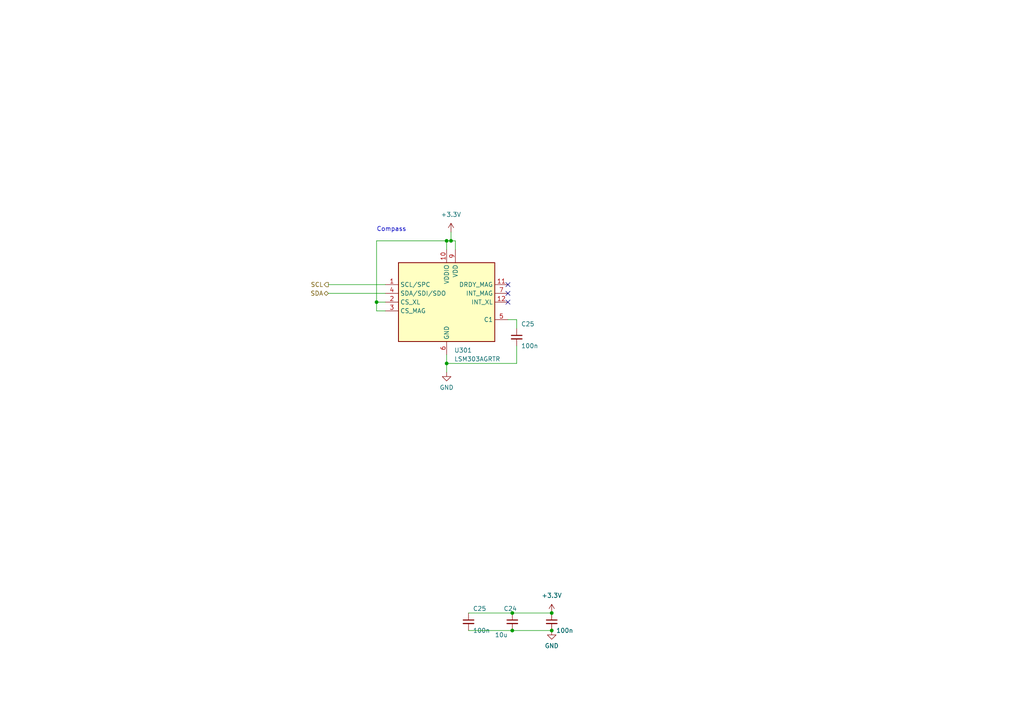
<source format=kicad_sch>
(kicad_sch (version 20231120) (generator "eeschema") (generator_version "8.0")
  (paper "A4")
  (lib_symbols
    (symbol "Device:C_Small" (pin_numbers hide) (pin_names (offset 0.254) hide)
      (property "Reference" "C" (at 0.254 1.778 0))
      (property "Value" "C_Small" (at 0.254 -2.032 0))
      (symbol "C_Small_0_1"
        (polyline (pts (xy -1.524 -0.508) (xy 1.524 -0.508)) (stroke (width 0.3302)))
        (polyline (pts (xy -1.524 0.508) (xy 1.524 0.508)) (stroke (width 0.3048)))
      )
      (symbol "C_Small_1_1"
        (pin passive line (at 0 2.54 270) (length 2.032) (name "~") (number "1"))
        (pin passive line (at 0 -2.54 90) (length 2.032) (name "~") (number "2"))
      )
    )
    (symbol "Sensor_Motion:LSM303C"
      (property "Reference" "U" (at -11.43 15.24 0))
      (property "Value" "LSM303C" (at -5.08 13.97 0))
      (symbol "LSM303C_0_1"
        (rectangle (start 13.97 11.43) (end -13.97 -11.43) (stroke (width 0.254)) (fill (type background)))
      )
      (symbol "LSM303C_1_1"
        (pin input line (at -17.78 5.08 0) (length 3.81) (name "SCL/SPC") (number "1"))
        (pin power_in line (at 0 15.24 270) (length 3.81) (name "VDDIO") (number "10"))
        (pin output line (at 17.78 5.08 180) (length 3.81) (name "DRDY_MAG") (number "11"))
        (pin output line (at 17.78 0 180) (length 3.81) (name "INT_XL") (number "12"))
        (pin input line (at -17.78 0 0) (length 3.81) (name "CS_XL") (number "2"))
        (pin input line (at -17.78 -2.54 0) (length 3.81) (name "CS_MAG") (number "3"))
        (pin bidirectional line (at -17.78 2.54 0) (length 3.81) (name "SDA/SDI/SDO") (number "4"))
        (pin passive line (at 17.78 -5.08 180) (length 3.81) (name "C1") (number "5"))
        (pin power_in line (at 0 -15.24 90) (length 3.81) (name "GND") (number "6"))
        (pin output line (at 17.78 2.54 180) (length 3.81) (name "INT_MAG") (number "7"))
        (pin passive line (at 0 -15.24 90) (length 3.81) hide (name "GND") (number "8"))
        (pin power_in line (at 2.54 15.24 270) (length 3.81) (name "VDD") (number "9"))
      )
    )
    (symbol "power:+3.3V" (power) (pin_names (offset 0))
      (property "Value" "+3.3V" (at 0 3.556 0))
      (symbol "+3.3V_0_1"
        (polyline (pts (xy -0.762 1.27) (xy 0 2.54)))
        (polyline (pts (xy 0 0) (xy 0 2.54)))
        (polyline (pts (xy 0 2.54) (xy 0.762 1.27)))
      )
      (symbol "+3.3V_1_1"
        (pin power_in line (at 0 0 90) (length 0) hide (name "+3.3V") (number "1"))
      )
    )
    (symbol "power:GND" (power) (pin_names (offset 0))
      (property "Value" "GND" (at 0 -3.81 0))
      (symbol "GND_0_1"
        (polyline (pts (xy 0 0) (xy 0 -1.27) (xy 1.27 -1.27) (xy 0 -2.54) (xy -1.27 -1.27) (xy 0 -1.27)))
      )
      (symbol "GND_1_1"
        (pin power_in line (at 0 0 270) (length 0) hide (name "GND") (number "1"))
      )
    )
  )
  (junction (at 129.54 69.85))
  (junction (at 148.59 177.8))
  (junction (at 148.59 182.88))
  (junction (at 160.02 182.88))
  (junction (at 160.02 177.8))
  (junction (at 129.54 105.41))
  (junction (at 109.22 87.63))
  (junction (at 130.81 69.85))
  (no_connect (at 147.32 82.55))
  (no_connect (at 147.32 85.09))
  (no_connect (at 147.32 87.63))
  (wire (pts (xy 95.25 82.55) (xy 111.76 82.55)))
  (wire (pts (xy 147.32 92.71) (xy 149.86 92.71)))
  (wire (pts (xy 129.54 105.41) (xy 129.54 102.87)))
  (wire (pts (xy 148.59 177.8) (xy 160.02 177.8)))
  (wire (pts (xy 132.08 69.85) (xy 130.81 69.85)))
  (wire (pts (xy 109.22 87.63) (xy 109.22 90.17)))
  (wire (pts (xy 109.22 69.85) (xy 109.22 87.63)))
  (wire (pts (xy 111.76 87.63) (xy 109.22 87.63)))
  (wire (pts (xy 109.22 90.17) (xy 111.76 90.17)))
  (wire (pts (xy 149.86 105.41) (xy 129.54 105.41)))
  (wire (pts (xy 135.89 182.88) (xy 148.59 182.88)))
  (wire (pts (xy 129.54 107.95) (xy 129.54 105.41)))
  (wire (pts (xy 129.54 69.85) (xy 129.54 72.39)))
  (wire (pts (xy 130.81 67.31) (xy 130.81 69.85)))
  (wire (pts (xy 129.54 69.85) (xy 109.22 69.85)))
  (wire (pts (xy 149.86 92.71) (xy 149.86 95.25)))
  (wire (pts (xy 148.59 182.88) (xy 160.02 182.88)))
  (wire (pts (xy 95.25 85.09) (xy 111.76 85.09)))
  (wire (pts (xy 132.08 72.39) (xy 132.08 69.85)))
  (wire (pts (xy 130.81 69.85) (xy 129.54 69.85)))
  (wire (pts (xy 135.89 177.8) (xy 148.59 177.8)))
  (wire (pts (xy 149.86 100.33) (xy 149.86 105.41)))
  (text "Compass" (at 109.22 67.31 0) (effects (font (size 1.27 1.27)) (justify left bottom)))
  (hierarchical_label "SDA" (shape bidirectional) (at 95.25 85.09 180))
  (hierarchical_label "SCL" (shape output) (at 95.25 82.55 180))
  (symbol (lib_id "power:+3.3V") (at 130.81 67.31 0) (unit 1)
    (property "Reference" "#PWR0302" (effects (hide yes)))
    (property "Value" "+3.3V" (at 130.81 62.23 0))
  )
  (symbol (lib_id "power:GND") (at 129.54 107.95 0) (unit 1)
    (property "Reference" "#PWR0301" (effects (hide yes)))
    (property "Value" "GND" (at 129.54 112.395 0))
  )
  (symbol (lib_id "power:+3.3V") (at 160.02 177.8 0) (unit 1)
    (property "Reference" "#PWR0303" (effects (hide yes)))
    (property "Value" "+3.3V" (at 160.02 172.72 0))
  )
  (symbol (lib_id "Device:C_Small") (at 160.02 180.34 0) (unit 1)
    (property "Reference" "C25" (effects (hide yes)))
    (property "Value" "100n" (at 161.29 182.88 0) (effects (justify left)))
    (property "Footprint" "A_Device:C_0603" (effects (hide yes)))
    (property "LCSC" "C14663" (effects (hide yes)))
    (instances (project "NIKOLA-02-E-001_PCAScannerController_R1" (path "" (reference "C25") (unit 1))) (project "Robuoy" (path "" (reference "C304") (unit 1))))
  )
  (symbol (lib_id "Sensor_Motion:LSM303C") (at 129.54 87.63 0) (unit 1)
    (property "Reference" "U301" (at 131.7341 101.6 0) (effects (justify left)))
    (property "Value" "LSM303AGRTR" (at 131.7341 104.14 0) (effects (justify left)))
    (property "Footprint" "Package_LGA:LGA-12_2x2mm_P0.5mm" (effects (hide yes)))
    (property "Datasheet" "www.st.com/resource/en/datasheet/lsm303c.pdf" (effects (hide yes)))
    (property "LCSC" "C126671" (effects (hide yes)))
  )
  (symbol (lib_id "Device:C_Small") (at 148.59 180.34 0) (unit 1)
    (property "Reference" "C24" (at 146.05 176.53 0) (effects (justify left)))
    (property "Value" "10u" (at 143.51 184.15 0) (effects (justify left)))
    (property "Footprint" "Capacitor_SMD:C_1210_3225Metric" (effects (hide yes)))
    (property "LCSC" "C90143" (effects (hide yes)))
    (instances (project "NIKOLA-02-E-001_PCAScannerController_R1" (path "" (reference "C24") (unit 1))) (project "Robuoy" (path "" (reference "C302") (unit 1))))
  )
  (symbol (lib_id "Device:C_Small") (at 135.89 180.34 0) (unit 1)
    (property "Reference" "C25" (at 137.16 176.53 0) (effects (justify left)))
    (property "Value" "100n" (at 137.16 182.88 0) (effects (justify left)))
    (property "Footprint" "A_Device:C_0603" (effects (hide yes)))
    (property "LCSC" "C14663" (effects (hide yes)))
    (instances (project "NIKOLA-02-E-001_PCAScannerController_R1" (path "" (reference "C25") (unit 1))) (project "Robuoy" (path "" (reference "C301") (unit 1))))
  )
  (symbol (lib_id "power:GND") (at 160.02 182.88 0) (unit 1)
    (property "Reference" "#PWR0304" (effects (hide yes)))
    (property "Value" "GND" (at 160.02 187.325 0))
  )
  (symbol (lib_id "Device:C_Small") (at 149.86 97.79 0) (unit 1)
    (property "Reference" "C25" (at 151.13 93.98 0) (effects (justify left)))
    (property "Value" "100n" (at 151.13 100.33 0) (effects (justify left)))
    (property "Footprint" "A_Device:C_0603" (effects (hide yes)))
    (property "LCSC" "C14663" (effects (hide yes)))
    (instances (project "NIKOLA-02-E-001_PCAScannerController_R1" (path "" (reference "C25") (unit 1))) (project "Robuoy" (path "" (reference "C303") (unit 1))))
  )
)
</source>
